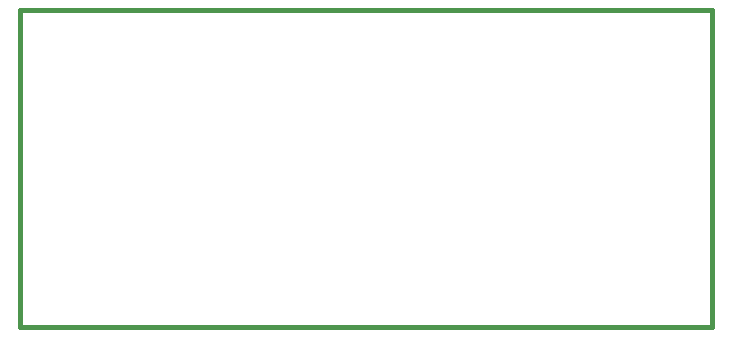
<source format=gbr>
G04 (created by PCBNEW (2013-jul-07)-stable) date Sun 01 Jun 2014 21:34:33 BST*
%MOIN*%
G04 Gerber Fmt 3.4, Leading zero omitted, Abs format*
%FSLAX34Y34*%
G01*
G70*
G90*
G04 APERTURE LIST*
%ADD10C,0.00590551*%
%ADD11C,0.015*%
G04 APERTURE END LIST*
G54D10*
G54D11*
X23149Y10669D02*
X15748Y10669D01*
X23149Y118D02*
X23149Y10669D01*
X15669Y118D02*
X23149Y118D01*
X15708Y10669D02*
X10000Y10669D01*
X78Y118D02*
X15708Y118D01*
X78Y10669D02*
X78Y118D01*
X10000Y10669D02*
X78Y10669D01*
M02*

</source>
